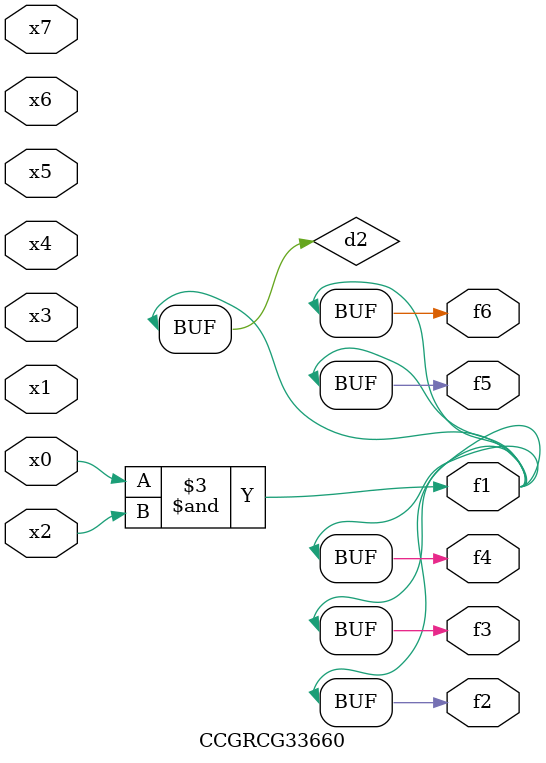
<source format=v>
module CCGRCG33660(
	input x0, x1, x2, x3, x4, x5, x6, x7,
	output f1, f2, f3, f4, f5, f6
);

	wire d1, d2;

	nor (d1, x3, x6);
	and (d2, x0, x2);
	assign f1 = d2;
	assign f2 = d2;
	assign f3 = d2;
	assign f4 = d2;
	assign f5 = d2;
	assign f6 = d2;
endmodule

</source>
